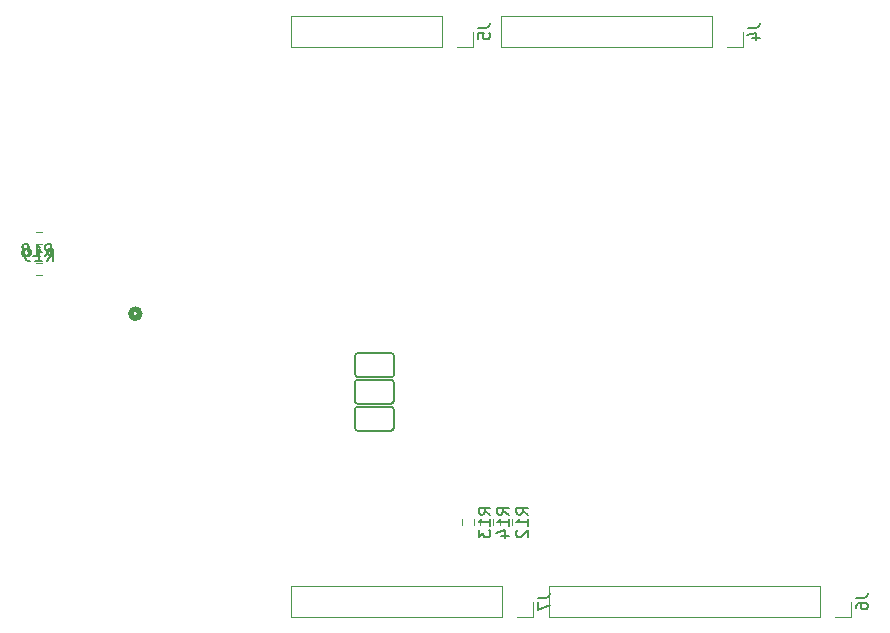
<source format=gbr>
%TF.GenerationSoftware,KiCad,Pcbnew,9.0.1*%
%TF.CreationDate,2025-04-25T09:38:52-03:00*%
%TF.ProjectId,A-NET,412d4e45-542e-46b6-9963-61645f706362,rev?*%
%TF.SameCoordinates,Original*%
%TF.FileFunction,Legend,Bot*%
%TF.FilePolarity,Positive*%
%FSLAX46Y46*%
G04 Gerber Fmt 4.6, Leading zero omitted, Abs format (unit mm)*
G04 Created by KiCad (PCBNEW 9.0.1) date 2025-04-25 09:38:52*
%MOMM*%
%LPD*%
G01*
G04 APERTURE LIST*
%ADD10C,0.150000*%
%ADD11C,0.508000*%
%ADD12C,0.203200*%
%ADD13C,0.120000*%
G04 APERTURE END LIST*
D10*
X139734819Y-120807142D02*
X139258628Y-120473809D01*
X139734819Y-120235714D02*
X138734819Y-120235714D01*
X138734819Y-120235714D02*
X138734819Y-120616666D01*
X138734819Y-120616666D02*
X138782438Y-120711904D01*
X138782438Y-120711904D02*
X138830057Y-120759523D01*
X138830057Y-120759523D02*
X138925295Y-120807142D01*
X138925295Y-120807142D02*
X139068152Y-120807142D01*
X139068152Y-120807142D02*
X139163390Y-120759523D01*
X139163390Y-120759523D02*
X139211009Y-120711904D01*
X139211009Y-120711904D02*
X139258628Y-120616666D01*
X139258628Y-120616666D02*
X139258628Y-120235714D01*
X139734819Y-121759523D02*
X139734819Y-121188095D01*
X139734819Y-121473809D02*
X138734819Y-121473809D01*
X138734819Y-121473809D02*
X138877676Y-121378571D01*
X138877676Y-121378571D02*
X138972914Y-121283333D01*
X138972914Y-121283333D02*
X139020533Y-121188095D01*
X138734819Y-122092857D02*
X138734819Y-122711904D01*
X138734819Y-122711904D02*
X139115771Y-122378571D01*
X139115771Y-122378571D02*
X139115771Y-122521428D01*
X139115771Y-122521428D02*
X139163390Y-122616666D01*
X139163390Y-122616666D02*
X139211009Y-122664285D01*
X139211009Y-122664285D02*
X139306247Y-122711904D01*
X139306247Y-122711904D02*
X139544342Y-122711904D01*
X139544342Y-122711904D02*
X139639580Y-122664285D01*
X139639580Y-122664285D02*
X139687200Y-122616666D01*
X139687200Y-122616666D02*
X139734819Y-122521428D01*
X139734819Y-122521428D02*
X139734819Y-122235714D01*
X139734819Y-122235714D02*
X139687200Y-122140476D01*
X139687200Y-122140476D02*
X139639580Y-122092857D01*
X138691467Y-79569873D02*
X139405752Y-79569873D01*
X139405752Y-79569873D02*
X139548609Y-79522254D01*
X139548609Y-79522254D02*
X139643848Y-79427016D01*
X139643848Y-79427016D02*
X139691467Y-79284159D01*
X139691467Y-79284159D02*
X139691467Y-79188921D01*
X138691467Y-80522254D02*
X138691467Y-80046064D01*
X138691467Y-80046064D02*
X139167657Y-79998445D01*
X139167657Y-79998445D02*
X139120038Y-80046064D01*
X139120038Y-80046064D02*
X139072419Y-80141302D01*
X139072419Y-80141302D02*
X139072419Y-80379397D01*
X139072419Y-80379397D02*
X139120038Y-80474635D01*
X139120038Y-80474635D02*
X139167657Y-80522254D01*
X139167657Y-80522254D02*
X139262895Y-80569873D01*
X139262895Y-80569873D02*
X139500990Y-80569873D01*
X139500990Y-80569873D02*
X139596228Y-80522254D01*
X139596228Y-80522254D02*
X139643848Y-80474635D01*
X139643848Y-80474635D02*
X139691467Y-80379397D01*
X139691467Y-80379397D02*
X139691467Y-80141302D01*
X139691467Y-80141302D02*
X139643848Y-80046064D01*
X139643848Y-80046064D02*
X139596228Y-79998445D01*
X161551467Y-79569873D02*
X162265752Y-79569873D01*
X162265752Y-79569873D02*
X162408609Y-79522254D01*
X162408609Y-79522254D02*
X162503848Y-79427016D01*
X162503848Y-79427016D02*
X162551467Y-79284159D01*
X162551467Y-79284159D02*
X162551467Y-79188921D01*
X161884800Y-80474635D02*
X162551467Y-80474635D01*
X161503848Y-80236540D02*
X162218133Y-79998445D01*
X162218133Y-79998445D02*
X162218133Y-80617492D01*
X141284819Y-120807142D02*
X140808628Y-120473809D01*
X141284819Y-120235714D02*
X140284819Y-120235714D01*
X140284819Y-120235714D02*
X140284819Y-120616666D01*
X140284819Y-120616666D02*
X140332438Y-120711904D01*
X140332438Y-120711904D02*
X140380057Y-120759523D01*
X140380057Y-120759523D02*
X140475295Y-120807142D01*
X140475295Y-120807142D02*
X140618152Y-120807142D01*
X140618152Y-120807142D02*
X140713390Y-120759523D01*
X140713390Y-120759523D02*
X140761009Y-120711904D01*
X140761009Y-120711904D02*
X140808628Y-120616666D01*
X140808628Y-120616666D02*
X140808628Y-120235714D01*
X141284819Y-121759523D02*
X141284819Y-121188095D01*
X141284819Y-121473809D02*
X140284819Y-121473809D01*
X140284819Y-121473809D02*
X140427676Y-121378571D01*
X140427676Y-121378571D02*
X140522914Y-121283333D01*
X140522914Y-121283333D02*
X140570533Y-121188095D01*
X140618152Y-122616666D02*
X141284819Y-122616666D01*
X140237200Y-122378571D02*
X140951485Y-122140476D01*
X140951485Y-122140476D02*
X140951485Y-122759523D01*
X143771467Y-127829873D02*
X144485752Y-127829873D01*
X144485752Y-127829873D02*
X144628609Y-127782254D01*
X144628609Y-127782254D02*
X144723848Y-127687016D01*
X144723848Y-127687016D02*
X144771467Y-127544159D01*
X144771467Y-127544159D02*
X144771467Y-127448921D01*
X143771467Y-128210826D02*
X143771467Y-128877492D01*
X143771467Y-128877492D02*
X144771467Y-128448921D01*
X101991657Y-98929619D02*
X102324990Y-98453428D01*
X102563085Y-98929619D02*
X102563085Y-97929619D01*
X102563085Y-97929619D02*
X102182133Y-97929619D01*
X102182133Y-97929619D02*
X102086895Y-97977238D01*
X102086895Y-97977238D02*
X102039276Y-98024857D01*
X102039276Y-98024857D02*
X101991657Y-98120095D01*
X101991657Y-98120095D02*
X101991657Y-98262952D01*
X101991657Y-98262952D02*
X102039276Y-98358190D01*
X102039276Y-98358190D02*
X102086895Y-98405809D01*
X102086895Y-98405809D02*
X102182133Y-98453428D01*
X102182133Y-98453428D02*
X102563085Y-98453428D01*
X101039276Y-98929619D02*
X101610704Y-98929619D01*
X101324990Y-98929619D02*
X101324990Y-97929619D01*
X101324990Y-97929619D02*
X101420228Y-98072476D01*
X101420228Y-98072476D02*
X101515466Y-98167714D01*
X101515466Y-98167714D02*
X101610704Y-98215333D01*
X100467847Y-98358190D02*
X100563085Y-98310571D01*
X100563085Y-98310571D02*
X100610704Y-98262952D01*
X100610704Y-98262952D02*
X100658323Y-98167714D01*
X100658323Y-98167714D02*
X100658323Y-98120095D01*
X100658323Y-98120095D02*
X100610704Y-98024857D01*
X100610704Y-98024857D02*
X100563085Y-97977238D01*
X100563085Y-97977238D02*
X100467847Y-97929619D01*
X100467847Y-97929619D02*
X100277371Y-97929619D01*
X100277371Y-97929619D02*
X100182133Y-97977238D01*
X100182133Y-97977238D02*
X100134514Y-98024857D01*
X100134514Y-98024857D02*
X100086895Y-98120095D01*
X100086895Y-98120095D02*
X100086895Y-98167714D01*
X100086895Y-98167714D02*
X100134514Y-98262952D01*
X100134514Y-98262952D02*
X100182133Y-98310571D01*
X100182133Y-98310571D02*
X100277371Y-98358190D01*
X100277371Y-98358190D02*
X100467847Y-98358190D01*
X100467847Y-98358190D02*
X100563085Y-98405809D01*
X100563085Y-98405809D02*
X100610704Y-98453428D01*
X100610704Y-98453428D02*
X100658323Y-98548666D01*
X100658323Y-98548666D02*
X100658323Y-98739142D01*
X100658323Y-98739142D02*
X100610704Y-98834380D01*
X100610704Y-98834380D02*
X100563085Y-98882000D01*
X100563085Y-98882000D02*
X100467847Y-98929619D01*
X100467847Y-98929619D02*
X100277371Y-98929619D01*
X100277371Y-98929619D02*
X100182133Y-98882000D01*
X100182133Y-98882000D02*
X100134514Y-98834380D01*
X100134514Y-98834380D02*
X100086895Y-98739142D01*
X100086895Y-98739142D02*
X100086895Y-98548666D01*
X100086895Y-98548666D02*
X100134514Y-98453428D01*
X100134514Y-98453428D02*
X100182133Y-98405809D01*
X100182133Y-98405809D02*
X100277371Y-98358190D01*
X142934819Y-120807142D02*
X142458628Y-120473809D01*
X142934819Y-120235714D02*
X141934819Y-120235714D01*
X141934819Y-120235714D02*
X141934819Y-120616666D01*
X141934819Y-120616666D02*
X141982438Y-120711904D01*
X141982438Y-120711904D02*
X142030057Y-120759523D01*
X142030057Y-120759523D02*
X142125295Y-120807142D01*
X142125295Y-120807142D02*
X142268152Y-120807142D01*
X142268152Y-120807142D02*
X142363390Y-120759523D01*
X142363390Y-120759523D02*
X142411009Y-120711904D01*
X142411009Y-120711904D02*
X142458628Y-120616666D01*
X142458628Y-120616666D02*
X142458628Y-120235714D01*
X142934819Y-121759523D02*
X142934819Y-121188095D01*
X142934819Y-121473809D02*
X141934819Y-121473809D01*
X141934819Y-121473809D02*
X142077676Y-121378571D01*
X142077676Y-121378571D02*
X142172914Y-121283333D01*
X142172914Y-121283333D02*
X142220533Y-121188095D01*
X142030057Y-122140476D02*
X141982438Y-122188095D01*
X141982438Y-122188095D02*
X141934819Y-122283333D01*
X141934819Y-122283333D02*
X141934819Y-122521428D01*
X141934819Y-122521428D02*
X141982438Y-122616666D01*
X141982438Y-122616666D02*
X142030057Y-122664285D01*
X142030057Y-122664285D02*
X142125295Y-122711904D01*
X142125295Y-122711904D02*
X142220533Y-122711904D01*
X142220533Y-122711904D02*
X142363390Y-122664285D01*
X142363390Y-122664285D02*
X142934819Y-122092857D01*
X142934819Y-122092857D02*
X142934819Y-122711904D01*
X102166657Y-99293819D02*
X102499990Y-98817628D01*
X102738085Y-99293819D02*
X102738085Y-98293819D01*
X102738085Y-98293819D02*
X102357133Y-98293819D01*
X102357133Y-98293819D02*
X102261895Y-98341438D01*
X102261895Y-98341438D02*
X102214276Y-98389057D01*
X102214276Y-98389057D02*
X102166657Y-98484295D01*
X102166657Y-98484295D02*
X102166657Y-98627152D01*
X102166657Y-98627152D02*
X102214276Y-98722390D01*
X102214276Y-98722390D02*
X102261895Y-98770009D01*
X102261895Y-98770009D02*
X102357133Y-98817628D01*
X102357133Y-98817628D02*
X102738085Y-98817628D01*
X101214276Y-99293819D02*
X101785704Y-99293819D01*
X101499990Y-99293819D02*
X101499990Y-98293819D01*
X101499990Y-98293819D02*
X101595228Y-98436676D01*
X101595228Y-98436676D02*
X101690466Y-98531914D01*
X101690466Y-98531914D02*
X101785704Y-98579533D01*
X100738085Y-99293819D02*
X100547609Y-99293819D01*
X100547609Y-99293819D02*
X100452371Y-99246200D01*
X100452371Y-99246200D02*
X100404752Y-99198580D01*
X100404752Y-99198580D02*
X100309514Y-99055723D01*
X100309514Y-99055723D02*
X100261895Y-98865247D01*
X100261895Y-98865247D02*
X100261895Y-98484295D01*
X100261895Y-98484295D02*
X100309514Y-98389057D01*
X100309514Y-98389057D02*
X100357133Y-98341438D01*
X100357133Y-98341438D02*
X100452371Y-98293819D01*
X100452371Y-98293819D02*
X100642847Y-98293819D01*
X100642847Y-98293819D02*
X100738085Y-98341438D01*
X100738085Y-98341438D02*
X100785704Y-98389057D01*
X100785704Y-98389057D02*
X100833323Y-98484295D01*
X100833323Y-98484295D02*
X100833323Y-98722390D01*
X100833323Y-98722390D02*
X100785704Y-98817628D01*
X100785704Y-98817628D02*
X100738085Y-98865247D01*
X100738085Y-98865247D02*
X100642847Y-98912866D01*
X100642847Y-98912866D02*
X100452371Y-98912866D01*
X100452371Y-98912866D02*
X100357133Y-98865247D01*
X100357133Y-98865247D02*
X100309514Y-98817628D01*
X100309514Y-98817628D02*
X100261895Y-98722390D01*
X170695467Y-127829873D02*
X171409752Y-127829873D01*
X171409752Y-127829873D02*
X171552609Y-127782254D01*
X171552609Y-127782254D02*
X171647848Y-127687016D01*
X171647848Y-127687016D02*
X171695467Y-127544159D01*
X171695467Y-127544159D02*
X171695467Y-127448921D01*
X170695467Y-128734635D02*
X170695467Y-128544159D01*
X170695467Y-128544159D02*
X170743086Y-128448921D01*
X170743086Y-128448921D02*
X170790705Y-128401302D01*
X170790705Y-128401302D02*
X170933562Y-128306064D01*
X170933562Y-128306064D02*
X171124038Y-128258445D01*
X171124038Y-128258445D02*
X171504990Y-128258445D01*
X171504990Y-128258445D02*
X171600228Y-128306064D01*
X171600228Y-128306064D02*
X171647848Y-128353683D01*
X171647848Y-128353683D02*
X171695467Y-128448921D01*
X171695467Y-128448921D02*
X171695467Y-128639397D01*
X171695467Y-128639397D02*
X171647848Y-128734635D01*
X171647848Y-128734635D02*
X171600228Y-128782254D01*
X171600228Y-128782254D02*
X171504990Y-128829873D01*
X171504990Y-128829873D02*
X171266895Y-128829873D01*
X171266895Y-128829873D02*
X171171657Y-128782254D01*
X171171657Y-128782254D02*
X171124038Y-128734635D01*
X171124038Y-128734635D02*
X171076419Y-128639397D01*
X171076419Y-128639397D02*
X171076419Y-128448921D01*
X171076419Y-128448921D02*
X171124038Y-128353683D01*
X171124038Y-128353683D02*
X171171657Y-128306064D01*
X171171657Y-128306064D02*
X171266895Y-128258445D01*
D11*
%TO.C,J3*%
X110056000Y-103794800D02*
G75*
G02*
X109294000Y-103794800I-381000J0D01*
G01*
X109294000Y-103794800D02*
G75*
G02*
X110056000Y-103794800I381000J0D01*
G01*
D12*
%TO.C,SJ1*%
X128253770Y-113444000D02*
X128253770Y-111920000D01*
X128507770Y-113698000D02*
X131301770Y-113698000D01*
X131301770Y-111666000D02*
X128507770Y-111666000D01*
X131555770Y-113444000D02*
X131555770Y-111920000D01*
X128253770Y-111920000D02*
G75*
G02*
X128507770Y-111666000I254000J0D01*
G01*
X128507770Y-113698000D02*
G75*
G02*
X128253770Y-113444000I0J254000D01*
G01*
X131301770Y-111666000D02*
G75*
G02*
X131555770Y-111920000I0J-254000D01*
G01*
X131555770Y-113444000D02*
G75*
G02*
X131301770Y-113698000I-254000J0D01*
G01*
%TO.C,SJ3*%
X128279772Y-108914998D02*
X128279772Y-107390998D01*
X128533772Y-109168998D02*
X131327772Y-109168998D01*
X131327772Y-107136998D02*
X128533772Y-107136998D01*
X131581772Y-108914998D02*
X131581772Y-107390998D01*
X128279772Y-107390998D02*
G75*
G02*
X128533772Y-107136998I254000J0D01*
G01*
X128533772Y-109168998D02*
G75*
G02*
X128279772Y-108914998I0J254000D01*
G01*
X131327772Y-107136998D02*
G75*
G02*
X131581772Y-107390998I0J-254000D01*
G01*
X131581772Y-108914998D02*
G75*
G02*
X131327772Y-109168998I-254000J0D01*
G01*
%TO.C,SJ2*%
X128249375Y-111164000D02*
X128249375Y-109640000D01*
X128503375Y-111418000D02*
X131297375Y-111418000D01*
X131297375Y-109386000D02*
X128503375Y-109386000D01*
X131551375Y-111164000D02*
X131551375Y-109640000D01*
X128249375Y-109640000D02*
G75*
G02*
X128503375Y-109386000I254000J0D01*
G01*
X128503375Y-111418000D02*
G75*
G02*
X128249375Y-111164000I0J254000D01*
G01*
X131297375Y-109386000D02*
G75*
G02*
X131551375Y-109640000I0J-254000D01*
G01*
X131551375Y-111164000D02*
G75*
G02*
X131297375Y-111418000I-254000J0D01*
G01*
D13*
%TO.C,R13*%
X137327500Y-121195276D02*
X137327500Y-121704724D01*
X138372500Y-121195276D02*
X138372500Y-121704724D01*
%TO.C,J5*%
X122876648Y-78573207D02*
X122876648Y-81233207D01*
X122876648Y-78573207D02*
X135636648Y-78573207D01*
X122876648Y-81233207D02*
X135636648Y-81233207D01*
X135636648Y-78573207D02*
X135636648Y-81233207D01*
X138236648Y-79903207D02*
X138236648Y-81233207D01*
X138236648Y-81233207D02*
X136906648Y-81233207D01*
%TO.C,J4*%
X140656648Y-78573207D02*
X140656648Y-81233207D01*
X140656648Y-78573207D02*
X158496648Y-78573207D01*
X140656648Y-81233207D02*
X158496648Y-81233207D01*
X158496648Y-78573207D02*
X158496648Y-81233207D01*
X161096648Y-79903207D02*
X161096648Y-81233207D01*
X161096648Y-81233207D02*
X159766648Y-81233207D01*
%TO.C,R14*%
X138877500Y-121195276D02*
X138877500Y-121704724D01*
X139922500Y-121195276D02*
X139922500Y-121704724D01*
%TO.C,J7*%
X122876648Y-126833207D02*
X122876648Y-129493207D01*
X122876648Y-126833207D02*
X140716648Y-126833207D01*
X122876648Y-129493207D02*
X140716648Y-129493207D01*
X140716648Y-126833207D02*
X140716648Y-129493207D01*
X143316648Y-128163207D02*
X143316648Y-129493207D01*
X143316648Y-129493207D02*
X141986648Y-129493207D01*
%TO.C,R18*%
X101761058Y-99477300D02*
X101286542Y-99477300D01*
X101761058Y-100522300D02*
X101286542Y-100522300D01*
%TO.C,R12*%
X140527500Y-121195276D02*
X140527500Y-121704724D01*
X141572500Y-121195276D02*
X141572500Y-121704724D01*
%TO.C,R19*%
X101761058Y-96886500D02*
X101286542Y-96886500D01*
X101761058Y-97931500D02*
X101286542Y-97931500D01*
%TO.C,J6*%
X144720648Y-126833207D02*
X144720648Y-129493207D01*
X144720648Y-126833207D02*
X167640648Y-126833207D01*
X144720648Y-129493207D02*
X167640648Y-129493207D01*
X167640648Y-126833207D02*
X167640648Y-129493207D01*
X170240648Y-128163207D02*
X170240648Y-129493207D01*
X170240648Y-129493207D02*
X168910648Y-129493207D01*
%TD*%
M02*

</source>
